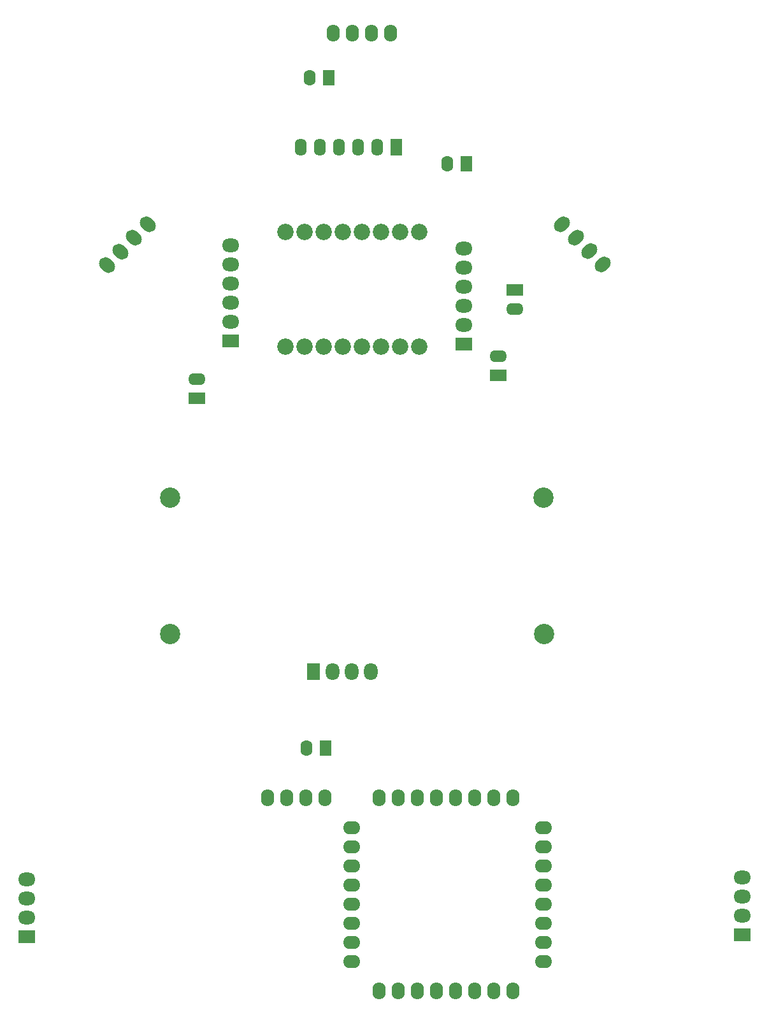
<source format=gbr>
G04*
G04 #@! TF.GenerationSoftware,Altium Limited,Altium Designer,24.9.1 (31)*
G04*
G04 Layer_Color=8388736*
%FSLAX44Y44*%
%MOMM*%
G71*
G04*
G04 #@! TF.SameCoordinates,E522A728-1565-4151-A48C-DAC840DDD12B*
G04*
G04*
G04 #@! TF.FilePolarity,Negative*
G04*
G01*
G75*
%ADD13C,2.1832*%
G04:AMPARAMS|DCode=14|XSize=1.7332mm|YSize=2.3032mm|CornerRadius=0mm|HoleSize=0mm|Usage=FLASHONLY|Rotation=135.000|XOffset=0mm|YOffset=0mm|HoleType=Round|Shape=Round|*
%AMOVALD14*
21,1,0.5700,1.7332,0.0000,0.0000,225.0*
1,1,1.7332,0.2015,0.2015*
1,1,1.7332,-0.2015,-0.2015*
%
%ADD14OVALD14*%

%ADD15O,2.3032X1.7272*%
%ADD16O,1.7272X2.3032*%
%ADD17C,2.7032*%
%ADD18R,2.3032X1.5732*%
%ADD19O,2.3032X1.5732*%
%ADD20R,1.5732X2.1032*%
%ADD21O,1.5732X2.1032*%
%ADD22R,2.3032X1.8082*%
%ADD23O,2.3032X1.8082*%
%ADD24O,1.7332X2.3032*%
%ADD25O,1.8082X2.3032*%
%ADD26R,1.8082X2.3032*%
%ADD27O,1.5732X2.3032*%
%ADD28R,1.5732X2.3032*%
G04:AMPARAMS|DCode=29|XSize=1.7332mm|YSize=2.3032mm|CornerRadius=0mm|HoleSize=0mm|Usage=FLASHONLY|Rotation=225.000|XOffset=0mm|YOffset=0mm|HoleType=Round|Shape=Round|*
%AMOVALD29*
21,1,0.5700,1.7332,0.0000,0.0000,315.0*
1,1,1.7332,-0.2015,0.2015*
1,1,1.7332,0.2015,-0.2015*
%
%ADD29OVALD29*%

D13*
X1637030Y9081770D02*
D03*
X1662430D02*
D03*
X1687830D02*
D03*
X1713230D02*
D03*
X1738630D02*
D03*
X1764030D02*
D03*
X1789430D02*
D03*
X1814830D02*
D03*
Y8929370D02*
D03*
X1789430D02*
D03*
X1764030D02*
D03*
X1738630D02*
D03*
X1713230D02*
D03*
X1687830D02*
D03*
X1662430D02*
D03*
X1637030D02*
D03*
D14*
X2058941Y9038319D02*
D03*
X2005059Y9092201D02*
D03*
X2023020Y9074240D02*
D03*
X2040980Y9056279D02*
D03*
D15*
X1725168Y8265160D02*
D03*
Y8214360D02*
D03*
Y8239760D02*
D03*
Y8290560D02*
D03*
Y8188960D02*
D03*
Y8163560D02*
D03*
Y8138160D02*
D03*
Y8112760D02*
D03*
X1980438Y8290560D02*
D03*
Y8265160D02*
D03*
Y8239760D02*
D03*
Y8214360D02*
D03*
Y8188960D02*
D03*
Y8163560D02*
D03*
Y8138160D02*
D03*
Y8112760D02*
D03*
D16*
X1812798Y8073390D02*
D03*
X1914398D02*
D03*
X1787398D02*
D03*
X1838198D02*
D03*
X1863598D02*
D03*
X1888998D02*
D03*
X1761998D02*
D03*
X1939798D02*
D03*
X1664208Y8329930D02*
D03*
X1638808D02*
D03*
X1689608D02*
D03*
X1613408D02*
D03*
X1939798D02*
D03*
X1838198D02*
D03*
X1863598D02*
D03*
X1761998D02*
D03*
X1914398D02*
D03*
X1888998D02*
D03*
X1812798D02*
D03*
X1787398D02*
D03*
D17*
X1980946Y8547862D02*
D03*
X1979930Y8729218D02*
D03*
X1483868Y8547608D02*
D03*
Y8728710D02*
D03*
D18*
X1919986Y8891524D02*
D03*
X1519936Y8861298D02*
D03*
X1941830Y9005062D02*
D03*
D19*
X1919986Y8916924D02*
D03*
X1519936Y8886698D02*
D03*
X1941830Y8979662D02*
D03*
D20*
X1694942Y9286494D02*
D03*
X1877568Y9172448D02*
D03*
X1690370Y8395970D02*
D03*
D21*
X1669542Y9286494D02*
D03*
X1852168Y9172448D02*
D03*
X1664970Y8395970D02*
D03*
D22*
X2244090Y8148320D02*
D03*
X1564640Y8936990D02*
D03*
X1874520Y8933180D02*
D03*
X1293876Y8145272D02*
D03*
D23*
X2244090Y8173720D02*
D03*
Y8199120D02*
D03*
Y8224520D02*
D03*
X1564640Y9063990D02*
D03*
Y9038590D02*
D03*
Y9013190D02*
D03*
Y8987790D02*
D03*
Y8962390D02*
D03*
X1874520Y8958580D02*
D03*
Y8983980D02*
D03*
Y9009380D02*
D03*
Y9034780D02*
D03*
Y9060180D02*
D03*
X1293876Y8170672D02*
D03*
Y8196072D02*
D03*
Y8221472D02*
D03*
D24*
X1751330Y9345930D02*
D03*
X1725930D02*
D03*
X1700530D02*
D03*
X1776730D02*
D03*
D25*
X1750822Y8497316D02*
D03*
X1725422D02*
D03*
X1700022D02*
D03*
D26*
X1674622D02*
D03*
D27*
X1657350Y9194800D02*
D03*
X1682750D02*
D03*
X1708150D02*
D03*
X1733550D02*
D03*
X1758950D02*
D03*
D28*
X1784350D02*
D03*
D29*
X1454150Y9091930D02*
D03*
X1400269Y9038049D02*
D03*
X1418229Y9056009D02*
D03*
X1436190Y9073970D02*
D03*
M02*

</source>
